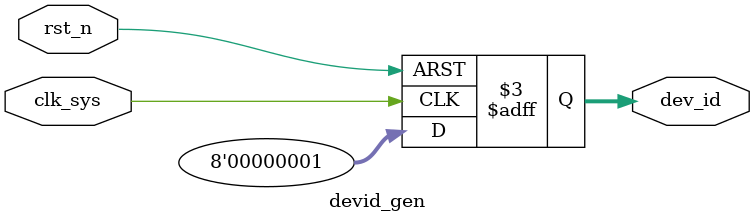
<source format=v>

module devid_gen(
dev_id,
//clk rst
clk_sys,
rst_n
);
output [7:0]	dev_id;
//clk rst
input	clk_sys;
input	rst_n;
//--------------------------------------
//--------------------------------------

//----------set dev id ---------
reg [7:0]	dev_id;
always @ (posedge clk_sys or negedge rst_n)	begin
	if(~rst_n)
		dev_id <= 8'h1;
	else 
		dev_id <= 8'h1;
end


endmodule

</source>
